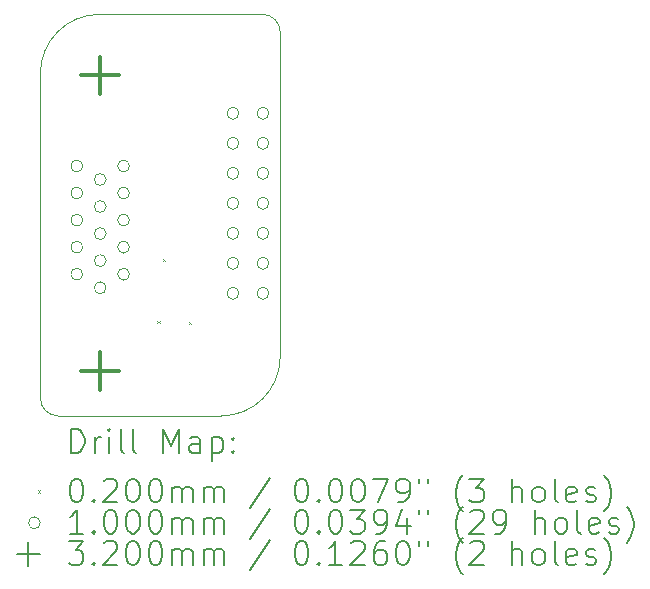
<source format=gbr>
%TF.GenerationSoftware,KiCad,Pcbnew,8.0.6*%
%TF.CreationDate,2024-11-06T21:47:23-05:00*%
%TF.ProjectId,VGA Input Board,56474120-496e-4707-9574-20426f617264,rev?*%
%TF.SameCoordinates,Original*%
%TF.FileFunction,Drillmap*%
%TF.FilePolarity,Positive*%
%FSLAX45Y45*%
G04 Gerber Fmt 4.5, Leading zero omitted, Abs format (unit mm)*
G04 Created by KiCad (PCBNEW 8.0.6) date 2024-11-06 21:47:23*
%MOMM*%
%LPD*%
G01*
G04 APERTURE LIST*
%ADD10C,0.020000*%
%ADD11C,0.200000*%
%ADD12C,0.100000*%
%ADD13C,0.320000*%
G04 APERTURE END LIST*
D10*
X14858000Y-11602000D02*
G75*
G02*
X14708010Y-11451953I50J150040D01*
G01*
X16738000Y-11102000D02*
G75*
G02*
X16237990Y-11602010I-500010J0D01*
G01*
X15208000Y-8202000D02*
X16588000Y-8202000D01*
X14708000Y-8702000D02*
X14708000Y-11452000D01*
X16738000Y-11102000D02*
X16738000Y-8352000D01*
X16588000Y-8202046D02*
G75*
G02*
X16738004Y-8352000I0J-150004D01*
G01*
X14858000Y-11602000D02*
X16238000Y-11602000D01*
X14708000Y-8702000D02*
G75*
G02*
X15208010Y-8201990I500010J0D01*
G01*
D11*
D12*
X15697000Y-10798000D02*
X15717000Y-10818000D01*
X15717000Y-10798000D02*
X15697000Y-10818000D01*
X15742000Y-10274000D02*
X15762000Y-10294000D01*
X15762000Y-10274000D02*
X15742000Y-10294000D01*
X15967000Y-10808000D02*
X15987000Y-10828000D01*
X15987000Y-10808000D02*
X15967000Y-10828000D01*
X15066000Y-9486000D02*
G75*
G02*
X14966000Y-9486000I-50000J0D01*
G01*
X14966000Y-9486000D02*
G75*
G02*
X15066000Y-9486000I50000J0D01*
G01*
X15066000Y-9715000D02*
G75*
G02*
X14966000Y-9715000I-50000J0D01*
G01*
X14966000Y-9715000D02*
G75*
G02*
X15066000Y-9715000I50000J0D01*
G01*
X15066000Y-9944000D02*
G75*
G02*
X14966000Y-9944000I-50000J0D01*
G01*
X14966000Y-9944000D02*
G75*
G02*
X15066000Y-9944000I50000J0D01*
G01*
X15066000Y-10173000D02*
G75*
G02*
X14966000Y-10173000I-50000J0D01*
G01*
X14966000Y-10173000D02*
G75*
G02*
X15066000Y-10173000I50000J0D01*
G01*
X15066000Y-10402000D02*
G75*
G02*
X14966000Y-10402000I-50000J0D01*
G01*
X14966000Y-10402000D02*
G75*
G02*
X15066000Y-10402000I50000J0D01*
G01*
X15264000Y-9600500D02*
G75*
G02*
X15164000Y-9600500I-50000J0D01*
G01*
X15164000Y-9600500D02*
G75*
G02*
X15264000Y-9600500I50000J0D01*
G01*
X15264000Y-9829500D02*
G75*
G02*
X15164000Y-9829500I-50000J0D01*
G01*
X15164000Y-9829500D02*
G75*
G02*
X15264000Y-9829500I50000J0D01*
G01*
X15264000Y-10058500D02*
G75*
G02*
X15164000Y-10058500I-50000J0D01*
G01*
X15164000Y-10058500D02*
G75*
G02*
X15264000Y-10058500I50000J0D01*
G01*
X15264000Y-10287500D02*
G75*
G02*
X15164000Y-10287500I-50000J0D01*
G01*
X15164000Y-10287500D02*
G75*
G02*
X15264000Y-10287500I50000J0D01*
G01*
X15264000Y-10516500D02*
G75*
G02*
X15164000Y-10516500I-50000J0D01*
G01*
X15164000Y-10516500D02*
G75*
G02*
X15264000Y-10516500I50000J0D01*
G01*
X15462000Y-9486000D02*
G75*
G02*
X15362000Y-9486000I-50000J0D01*
G01*
X15362000Y-9486000D02*
G75*
G02*
X15462000Y-9486000I50000J0D01*
G01*
X15462000Y-9715000D02*
G75*
G02*
X15362000Y-9715000I-50000J0D01*
G01*
X15362000Y-9715000D02*
G75*
G02*
X15462000Y-9715000I50000J0D01*
G01*
X15462000Y-9944000D02*
G75*
G02*
X15362000Y-9944000I-50000J0D01*
G01*
X15362000Y-9944000D02*
G75*
G02*
X15462000Y-9944000I50000J0D01*
G01*
X15462000Y-10173000D02*
G75*
G02*
X15362000Y-10173000I-50000J0D01*
G01*
X15362000Y-10173000D02*
G75*
G02*
X15462000Y-10173000I50000J0D01*
G01*
X15462000Y-10402000D02*
G75*
G02*
X15362000Y-10402000I-50000J0D01*
G01*
X15362000Y-10402000D02*
G75*
G02*
X15462000Y-10402000I50000J0D01*
G01*
X16388000Y-9040000D02*
G75*
G02*
X16288000Y-9040000I-50000J0D01*
G01*
X16288000Y-9040000D02*
G75*
G02*
X16388000Y-9040000I50000J0D01*
G01*
X16388000Y-9294000D02*
G75*
G02*
X16288000Y-9294000I-50000J0D01*
G01*
X16288000Y-9294000D02*
G75*
G02*
X16388000Y-9294000I50000J0D01*
G01*
X16388000Y-9548000D02*
G75*
G02*
X16288000Y-9548000I-50000J0D01*
G01*
X16288000Y-9548000D02*
G75*
G02*
X16388000Y-9548000I50000J0D01*
G01*
X16388000Y-9802000D02*
G75*
G02*
X16288000Y-9802000I-50000J0D01*
G01*
X16288000Y-9802000D02*
G75*
G02*
X16388000Y-9802000I50000J0D01*
G01*
X16388000Y-10056000D02*
G75*
G02*
X16288000Y-10056000I-50000J0D01*
G01*
X16288000Y-10056000D02*
G75*
G02*
X16388000Y-10056000I50000J0D01*
G01*
X16388000Y-10310000D02*
G75*
G02*
X16288000Y-10310000I-50000J0D01*
G01*
X16288000Y-10310000D02*
G75*
G02*
X16388000Y-10310000I50000J0D01*
G01*
X16388000Y-10564000D02*
G75*
G02*
X16288000Y-10564000I-50000J0D01*
G01*
X16288000Y-10564000D02*
G75*
G02*
X16388000Y-10564000I50000J0D01*
G01*
X16642000Y-9040000D02*
G75*
G02*
X16542000Y-9040000I-50000J0D01*
G01*
X16542000Y-9040000D02*
G75*
G02*
X16642000Y-9040000I50000J0D01*
G01*
X16642000Y-9294000D02*
G75*
G02*
X16542000Y-9294000I-50000J0D01*
G01*
X16542000Y-9294000D02*
G75*
G02*
X16642000Y-9294000I50000J0D01*
G01*
X16642000Y-9548000D02*
G75*
G02*
X16542000Y-9548000I-50000J0D01*
G01*
X16542000Y-9548000D02*
G75*
G02*
X16642000Y-9548000I50000J0D01*
G01*
X16642000Y-9802000D02*
G75*
G02*
X16542000Y-9802000I-50000J0D01*
G01*
X16542000Y-9802000D02*
G75*
G02*
X16642000Y-9802000I50000J0D01*
G01*
X16642000Y-10056000D02*
G75*
G02*
X16542000Y-10056000I-50000J0D01*
G01*
X16542000Y-10056000D02*
G75*
G02*
X16642000Y-10056000I50000J0D01*
G01*
X16642000Y-10310000D02*
G75*
G02*
X16542000Y-10310000I-50000J0D01*
G01*
X16542000Y-10310000D02*
G75*
G02*
X16642000Y-10310000I50000J0D01*
G01*
X16642000Y-10564000D02*
G75*
G02*
X16542000Y-10564000I-50000J0D01*
G01*
X16542000Y-10564000D02*
G75*
G02*
X16642000Y-10564000I50000J0D01*
G01*
D13*
X15214000Y-8559500D02*
X15214000Y-8879500D01*
X15054000Y-8719500D02*
X15374000Y-8719500D01*
X15214000Y-11058500D02*
X15214000Y-11378500D01*
X15054000Y-11218500D02*
X15374000Y-11218500D01*
D11*
X14967777Y-11914494D02*
X14967777Y-11714494D01*
X14967777Y-11714494D02*
X15015396Y-11714494D01*
X15015396Y-11714494D02*
X15043967Y-11724017D01*
X15043967Y-11724017D02*
X15063015Y-11743065D01*
X15063015Y-11743065D02*
X15072539Y-11762113D01*
X15072539Y-11762113D02*
X15082062Y-11800208D01*
X15082062Y-11800208D02*
X15082062Y-11828779D01*
X15082062Y-11828779D02*
X15072539Y-11866875D01*
X15072539Y-11866875D02*
X15063015Y-11885922D01*
X15063015Y-11885922D02*
X15043967Y-11904970D01*
X15043967Y-11904970D02*
X15015396Y-11914494D01*
X15015396Y-11914494D02*
X14967777Y-11914494D01*
X15167777Y-11914494D02*
X15167777Y-11781160D01*
X15167777Y-11819256D02*
X15177301Y-11800208D01*
X15177301Y-11800208D02*
X15186824Y-11790684D01*
X15186824Y-11790684D02*
X15205872Y-11781160D01*
X15205872Y-11781160D02*
X15224920Y-11781160D01*
X15291586Y-11914494D02*
X15291586Y-11781160D01*
X15291586Y-11714494D02*
X15282062Y-11724017D01*
X15282062Y-11724017D02*
X15291586Y-11733541D01*
X15291586Y-11733541D02*
X15301110Y-11724017D01*
X15301110Y-11724017D02*
X15291586Y-11714494D01*
X15291586Y-11714494D02*
X15291586Y-11733541D01*
X15415396Y-11914494D02*
X15396348Y-11904970D01*
X15396348Y-11904970D02*
X15386824Y-11885922D01*
X15386824Y-11885922D02*
X15386824Y-11714494D01*
X15520158Y-11914494D02*
X15501110Y-11904970D01*
X15501110Y-11904970D02*
X15491586Y-11885922D01*
X15491586Y-11885922D02*
X15491586Y-11714494D01*
X15748729Y-11914494D02*
X15748729Y-11714494D01*
X15748729Y-11714494D02*
X15815396Y-11857351D01*
X15815396Y-11857351D02*
X15882062Y-11714494D01*
X15882062Y-11714494D02*
X15882062Y-11914494D01*
X16063015Y-11914494D02*
X16063015Y-11809732D01*
X16063015Y-11809732D02*
X16053491Y-11790684D01*
X16053491Y-11790684D02*
X16034443Y-11781160D01*
X16034443Y-11781160D02*
X15996348Y-11781160D01*
X15996348Y-11781160D02*
X15977301Y-11790684D01*
X16063015Y-11904970D02*
X16043967Y-11914494D01*
X16043967Y-11914494D02*
X15996348Y-11914494D01*
X15996348Y-11914494D02*
X15977301Y-11904970D01*
X15977301Y-11904970D02*
X15967777Y-11885922D01*
X15967777Y-11885922D02*
X15967777Y-11866875D01*
X15967777Y-11866875D02*
X15977301Y-11847827D01*
X15977301Y-11847827D02*
X15996348Y-11838303D01*
X15996348Y-11838303D02*
X16043967Y-11838303D01*
X16043967Y-11838303D02*
X16063015Y-11828779D01*
X16158253Y-11781160D02*
X16158253Y-11981160D01*
X16158253Y-11790684D02*
X16177301Y-11781160D01*
X16177301Y-11781160D02*
X16215396Y-11781160D01*
X16215396Y-11781160D02*
X16234443Y-11790684D01*
X16234443Y-11790684D02*
X16243967Y-11800208D01*
X16243967Y-11800208D02*
X16253491Y-11819256D01*
X16253491Y-11819256D02*
X16253491Y-11876398D01*
X16253491Y-11876398D02*
X16243967Y-11895446D01*
X16243967Y-11895446D02*
X16234443Y-11904970D01*
X16234443Y-11904970D02*
X16215396Y-11914494D01*
X16215396Y-11914494D02*
X16177301Y-11914494D01*
X16177301Y-11914494D02*
X16158253Y-11904970D01*
X16339205Y-11895446D02*
X16348729Y-11904970D01*
X16348729Y-11904970D02*
X16339205Y-11914494D01*
X16339205Y-11914494D02*
X16329682Y-11904970D01*
X16329682Y-11904970D02*
X16339205Y-11895446D01*
X16339205Y-11895446D02*
X16339205Y-11914494D01*
X16339205Y-11790684D02*
X16348729Y-11800208D01*
X16348729Y-11800208D02*
X16339205Y-11809732D01*
X16339205Y-11809732D02*
X16329682Y-11800208D01*
X16329682Y-11800208D02*
X16339205Y-11790684D01*
X16339205Y-11790684D02*
X16339205Y-11809732D01*
D12*
X14687000Y-12233010D02*
X14707000Y-12253010D01*
X14707000Y-12233010D02*
X14687000Y-12253010D01*
D11*
X15005872Y-12134494D02*
X15024920Y-12134494D01*
X15024920Y-12134494D02*
X15043967Y-12144017D01*
X15043967Y-12144017D02*
X15053491Y-12153541D01*
X15053491Y-12153541D02*
X15063015Y-12172589D01*
X15063015Y-12172589D02*
X15072539Y-12210684D01*
X15072539Y-12210684D02*
X15072539Y-12258303D01*
X15072539Y-12258303D02*
X15063015Y-12296398D01*
X15063015Y-12296398D02*
X15053491Y-12315446D01*
X15053491Y-12315446D02*
X15043967Y-12324970D01*
X15043967Y-12324970D02*
X15024920Y-12334494D01*
X15024920Y-12334494D02*
X15005872Y-12334494D01*
X15005872Y-12334494D02*
X14986824Y-12324970D01*
X14986824Y-12324970D02*
X14977301Y-12315446D01*
X14977301Y-12315446D02*
X14967777Y-12296398D01*
X14967777Y-12296398D02*
X14958253Y-12258303D01*
X14958253Y-12258303D02*
X14958253Y-12210684D01*
X14958253Y-12210684D02*
X14967777Y-12172589D01*
X14967777Y-12172589D02*
X14977301Y-12153541D01*
X14977301Y-12153541D02*
X14986824Y-12144017D01*
X14986824Y-12144017D02*
X15005872Y-12134494D01*
X15158253Y-12315446D02*
X15167777Y-12324970D01*
X15167777Y-12324970D02*
X15158253Y-12334494D01*
X15158253Y-12334494D02*
X15148729Y-12324970D01*
X15148729Y-12324970D02*
X15158253Y-12315446D01*
X15158253Y-12315446D02*
X15158253Y-12334494D01*
X15243967Y-12153541D02*
X15253491Y-12144017D01*
X15253491Y-12144017D02*
X15272539Y-12134494D01*
X15272539Y-12134494D02*
X15320158Y-12134494D01*
X15320158Y-12134494D02*
X15339205Y-12144017D01*
X15339205Y-12144017D02*
X15348729Y-12153541D01*
X15348729Y-12153541D02*
X15358253Y-12172589D01*
X15358253Y-12172589D02*
X15358253Y-12191636D01*
X15358253Y-12191636D02*
X15348729Y-12220208D01*
X15348729Y-12220208D02*
X15234443Y-12334494D01*
X15234443Y-12334494D02*
X15358253Y-12334494D01*
X15482062Y-12134494D02*
X15501110Y-12134494D01*
X15501110Y-12134494D02*
X15520158Y-12144017D01*
X15520158Y-12144017D02*
X15529682Y-12153541D01*
X15529682Y-12153541D02*
X15539205Y-12172589D01*
X15539205Y-12172589D02*
X15548729Y-12210684D01*
X15548729Y-12210684D02*
X15548729Y-12258303D01*
X15548729Y-12258303D02*
X15539205Y-12296398D01*
X15539205Y-12296398D02*
X15529682Y-12315446D01*
X15529682Y-12315446D02*
X15520158Y-12324970D01*
X15520158Y-12324970D02*
X15501110Y-12334494D01*
X15501110Y-12334494D02*
X15482062Y-12334494D01*
X15482062Y-12334494D02*
X15463015Y-12324970D01*
X15463015Y-12324970D02*
X15453491Y-12315446D01*
X15453491Y-12315446D02*
X15443967Y-12296398D01*
X15443967Y-12296398D02*
X15434443Y-12258303D01*
X15434443Y-12258303D02*
X15434443Y-12210684D01*
X15434443Y-12210684D02*
X15443967Y-12172589D01*
X15443967Y-12172589D02*
X15453491Y-12153541D01*
X15453491Y-12153541D02*
X15463015Y-12144017D01*
X15463015Y-12144017D02*
X15482062Y-12134494D01*
X15672539Y-12134494D02*
X15691586Y-12134494D01*
X15691586Y-12134494D02*
X15710634Y-12144017D01*
X15710634Y-12144017D02*
X15720158Y-12153541D01*
X15720158Y-12153541D02*
X15729682Y-12172589D01*
X15729682Y-12172589D02*
X15739205Y-12210684D01*
X15739205Y-12210684D02*
X15739205Y-12258303D01*
X15739205Y-12258303D02*
X15729682Y-12296398D01*
X15729682Y-12296398D02*
X15720158Y-12315446D01*
X15720158Y-12315446D02*
X15710634Y-12324970D01*
X15710634Y-12324970D02*
X15691586Y-12334494D01*
X15691586Y-12334494D02*
X15672539Y-12334494D01*
X15672539Y-12334494D02*
X15653491Y-12324970D01*
X15653491Y-12324970D02*
X15643967Y-12315446D01*
X15643967Y-12315446D02*
X15634443Y-12296398D01*
X15634443Y-12296398D02*
X15624920Y-12258303D01*
X15624920Y-12258303D02*
X15624920Y-12210684D01*
X15624920Y-12210684D02*
X15634443Y-12172589D01*
X15634443Y-12172589D02*
X15643967Y-12153541D01*
X15643967Y-12153541D02*
X15653491Y-12144017D01*
X15653491Y-12144017D02*
X15672539Y-12134494D01*
X15824920Y-12334494D02*
X15824920Y-12201160D01*
X15824920Y-12220208D02*
X15834443Y-12210684D01*
X15834443Y-12210684D02*
X15853491Y-12201160D01*
X15853491Y-12201160D02*
X15882063Y-12201160D01*
X15882063Y-12201160D02*
X15901110Y-12210684D01*
X15901110Y-12210684D02*
X15910634Y-12229732D01*
X15910634Y-12229732D02*
X15910634Y-12334494D01*
X15910634Y-12229732D02*
X15920158Y-12210684D01*
X15920158Y-12210684D02*
X15939205Y-12201160D01*
X15939205Y-12201160D02*
X15967777Y-12201160D01*
X15967777Y-12201160D02*
X15986824Y-12210684D01*
X15986824Y-12210684D02*
X15996348Y-12229732D01*
X15996348Y-12229732D02*
X15996348Y-12334494D01*
X16091586Y-12334494D02*
X16091586Y-12201160D01*
X16091586Y-12220208D02*
X16101110Y-12210684D01*
X16101110Y-12210684D02*
X16120158Y-12201160D01*
X16120158Y-12201160D02*
X16148729Y-12201160D01*
X16148729Y-12201160D02*
X16167777Y-12210684D01*
X16167777Y-12210684D02*
X16177301Y-12229732D01*
X16177301Y-12229732D02*
X16177301Y-12334494D01*
X16177301Y-12229732D02*
X16186824Y-12210684D01*
X16186824Y-12210684D02*
X16205872Y-12201160D01*
X16205872Y-12201160D02*
X16234443Y-12201160D01*
X16234443Y-12201160D02*
X16253491Y-12210684D01*
X16253491Y-12210684D02*
X16263015Y-12229732D01*
X16263015Y-12229732D02*
X16263015Y-12334494D01*
X16653491Y-12124970D02*
X16482063Y-12382113D01*
X16910634Y-12134494D02*
X16929682Y-12134494D01*
X16929682Y-12134494D02*
X16948729Y-12144017D01*
X16948729Y-12144017D02*
X16958253Y-12153541D01*
X16958253Y-12153541D02*
X16967777Y-12172589D01*
X16967777Y-12172589D02*
X16977301Y-12210684D01*
X16977301Y-12210684D02*
X16977301Y-12258303D01*
X16977301Y-12258303D02*
X16967777Y-12296398D01*
X16967777Y-12296398D02*
X16958253Y-12315446D01*
X16958253Y-12315446D02*
X16948729Y-12324970D01*
X16948729Y-12324970D02*
X16929682Y-12334494D01*
X16929682Y-12334494D02*
X16910634Y-12334494D01*
X16910634Y-12334494D02*
X16891587Y-12324970D01*
X16891587Y-12324970D02*
X16882063Y-12315446D01*
X16882063Y-12315446D02*
X16872539Y-12296398D01*
X16872539Y-12296398D02*
X16863015Y-12258303D01*
X16863015Y-12258303D02*
X16863015Y-12210684D01*
X16863015Y-12210684D02*
X16872539Y-12172589D01*
X16872539Y-12172589D02*
X16882063Y-12153541D01*
X16882063Y-12153541D02*
X16891587Y-12144017D01*
X16891587Y-12144017D02*
X16910634Y-12134494D01*
X17063015Y-12315446D02*
X17072539Y-12324970D01*
X17072539Y-12324970D02*
X17063015Y-12334494D01*
X17063015Y-12334494D02*
X17053491Y-12324970D01*
X17053491Y-12324970D02*
X17063015Y-12315446D01*
X17063015Y-12315446D02*
X17063015Y-12334494D01*
X17196348Y-12134494D02*
X17215396Y-12134494D01*
X17215396Y-12134494D02*
X17234444Y-12144017D01*
X17234444Y-12144017D02*
X17243968Y-12153541D01*
X17243968Y-12153541D02*
X17253491Y-12172589D01*
X17253491Y-12172589D02*
X17263015Y-12210684D01*
X17263015Y-12210684D02*
X17263015Y-12258303D01*
X17263015Y-12258303D02*
X17253491Y-12296398D01*
X17253491Y-12296398D02*
X17243968Y-12315446D01*
X17243968Y-12315446D02*
X17234444Y-12324970D01*
X17234444Y-12324970D02*
X17215396Y-12334494D01*
X17215396Y-12334494D02*
X17196348Y-12334494D01*
X17196348Y-12334494D02*
X17177301Y-12324970D01*
X17177301Y-12324970D02*
X17167777Y-12315446D01*
X17167777Y-12315446D02*
X17158253Y-12296398D01*
X17158253Y-12296398D02*
X17148729Y-12258303D01*
X17148729Y-12258303D02*
X17148729Y-12210684D01*
X17148729Y-12210684D02*
X17158253Y-12172589D01*
X17158253Y-12172589D02*
X17167777Y-12153541D01*
X17167777Y-12153541D02*
X17177301Y-12144017D01*
X17177301Y-12144017D02*
X17196348Y-12134494D01*
X17386825Y-12134494D02*
X17405872Y-12134494D01*
X17405872Y-12134494D02*
X17424920Y-12144017D01*
X17424920Y-12144017D02*
X17434444Y-12153541D01*
X17434444Y-12153541D02*
X17443968Y-12172589D01*
X17443968Y-12172589D02*
X17453491Y-12210684D01*
X17453491Y-12210684D02*
X17453491Y-12258303D01*
X17453491Y-12258303D02*
X17443968Y-12296398D01*
X17443968Y-12296398D02*
X17434444Y-12315446D01*
X17434444Y-12315446D02*
X17424920Y-12324970D01*
X17424920Y-12324970D02*
X17405872Y-12334494D01*
X17405872Y-12334494D02*
X17386825Y-12334494D01*
X17386825Y-12334494D02*
X17367777Y-12324970D01*
X17367777Y-12324970D02*
X17358253Y-12315446D01*
X17358253Y-12315446D02*
X17348729Y-12296398D01*
X17348729Y-12296398D02*
X17339206Y-12258303D01*
X17339206Y-12258303D02*
X17339206Y-12210684D01*
X17339206Y-12210684D02*
X17348729Y-12172589D01*
X17348729Y-12172589D02*
X17358253Y-12153541D01*
X17358253Y-12153541D02*
X17367777Y-12144017D01*
X17367777Y-12144017D02*
X17386825Y-12134494D01*
X17520158Y-12134494D02*
X17653491Y-12134494D01*
X17653491Y-12134494D02*
X17567777Y-12334494D01*
X17739206Y-12334494D02*
X17777301Y-12334494D01*
X17777301Y-12334494D02*
X17796349Y-12324970D01*
X17796349Y-12324970D02*
X17805872Y-12315446D01*
X17805872Y-12315446D02*
X17824920Y-12286875D01*
X17824920Y-12286875D02*
X17834444Y-12248779D01*
X17834444Y-12248779D02*
X17834444Y-12172589D01*
X17834444Y-12172589D02*
X17824920Y-12153541D01*
X17824920Y-12153541D02*
X17815396Y-12144017D01*
X17815396Y-12144017D02*
X17796349Y-12134494D01*
X17796349Y-12134494D02*
X17758253Y-12134494D01*
X17758253Y-12134494D02*
X17739206Y-12144017D01*
X17739206Y-12144017D02*
X17729682Y-12153541D01*
X17729682Y-12153541D02*
X17720158Y-12172589D01*
X17720158Y-12172589D02*
X17720158Y-12220208D01*
X17720158Y-12220208D02*
X17729682Y-12239256D01*
X17729682Y-12239256D02*
X17739206Y-12248779D01*
X17739206Y-12248779D02*
X17758253Y-12258303D01*
X17758253Y-12258303D02*
X17796349Y-12258303D01*
X17796349Y-12258303D02*
X17815396Y-12248779D01*
X17815396Y-12248779D02*
X17824920Y-12239256D01*
X17824920Y-12239256D02*
X17834444Y-12220208D01*
X17910634Y-12134494D02*
X17910634Y-12172589D01*
X17986825Y-12134494D02*
X17986825Y-12172589D01*
X18282063Y-12410684D02*
X18272539Y-12401160D01*
X18272539Y-12401160D02*
X18253491Y-12372589D01*
X18253491Y-12372589D02*
X18243968Y-12353541D01*
X18243968Y-12353541D02*
X18234444Y-12324970D01*
X18234444Y-12324970D02*
X18224920Y-12277351D01*
X18224920Y-12277351D02*
X18224920Y-12239256D01*
X18224920Y-12239256D02*
X18234444Y-12191636D01*
X18234444Y-12191636D02*
X18243968Y-12163065D01*
X18243968Y-12163065D02*
X18253491Y-12144017D01*
X18253491Y-12144017D02*
X18272539Y-12115446D01*
X18272539Y-12115446D02*
X18282063Y-12105922D01*
X18339206Y-12134494D02*
X18463015Y-12134494D01*
X18463015Y-12134494D02*
X18396349Y-12210684D01*
X18396349Y-12210684D02*
X18424920Y-12210684D01*
X18424920Y-12210684D02*
X18443968Y-12220208D01*
X18443968Y-12220208D02*
X18453491Y-12229732D01*
X18453491Y-12229732D02*
X18463015Y-12248779D01*
X18463015Y-12248779D02*
X18463015Y-12296398D01*
X18463015Y-12296398D02*
X18453491Y-12315446D01*
X18453491Y-12315446D02*
X18443968Y-12324970D01*
X18443968Y-12324970D02*
X18424920Y-12334494D01*
X18424920Y-12334494D02*
X18367777Y-12334494D01*
X18367777Y-12334494D02*
X18348730Y-12324970D01*
X18348730Y-12324970D02*
X18339206Y-12315446D01*
X18701111Y-12334494D02*
X18701111Y-12134494D01*
X18786825Y-12334494D02*
X18786825Y-12229732D01*
X18786825Y-12229732D02*
X18777301Y-12210684D01*
X18777301Y-12210684D02*
X18758253Y-12201160D01*
X18758253Y-12201160D02*
X18729682Y-12201160D01*
X18729682Y-12201160D02*
X18710634Y-12210684D01*
X18710634Y-12210684D02*
X18701111Y-12220208D01*
X18910634Y-12334494D02*
X18891587Y-12324970D01*
X18891587Y-12324970D02*
X18882063Y-12315446D01*
X18882063Y-12315446D02*
X18872539Y-12296398D01*
X18872539Y-12296398D02*
X18872539Y-12239256D01*
X18872539Y-12239256D02*
X18882063Y-12220208D01*
X18882063Y-12220208D02*
X18891587Y-12210684D01*
X18891587Y-12210684D02*
X18910634Y-12201160D01*
X18910634Y-12201160D02*
X18939206Y-12201160D01*
X18939206Y-12201160D02*
X18958253Y-12210684D01*
X18958253Y-12210684D02*
X18967777Y-12220208D01*
X18967777Y-12220208D02*
X18977301Y-12239256D01*
X18977301Y-12239256D02*
X18977301Y-12296398D01*
X18977301Y-12296398D02*
X18967777Y-12315446D01*
X18967777Y-12315446D02*
X18958253Y-12324970D01*
X18958253Y-12324970D02*
X18939206Y-12334494D01*
X18939206Y-12334494D02*
X18910634Y-12334494D01*
X19091587Y-12334494D02*
X19072539Y-12324970D01*
X19072539Y-12324970D02*
X19063015Y-12305922D01*
X19063015Y-12305922D02*
X19063015Y-12134494D01*
X19243968Y-12324970D02*
X19224920Y-12334494D01*
X19224920Y-12334494D02*
X19186825Y-12334494D01*
X19186825Y-12334494D02*
X19167777Y-12324970D01*
X19167777Y-12324970D02*
X19158253Y-12305922D01*
X19158253Y-12305922D02*
X19158253Y-12229732D01*
X19158253Y-12229732D02*
X19167777Y-12210684D01*
X19167777Y-12210684D02*
X19186825Y-12201160D01*
X19186825Y-12201160D02*
X19224920Y-12201160D01*
X19224920Y-12201160D02*
X19243968Y-12210684D01*
X19243968Y-12210684D02*
X19253492Y-12229732D01*
X19253492Y-12229732D02*
X19253492Y-12248779D01*
X19253492Y-12248779D02*
X19158253Y-12267827D01*
X19329682Y-12324970D02*
X19348730Y-12334494D01*
X19348730Y-12334494D02*
X19386825Y-12334494D01*
X19386825Y-12334494D02*
X19405873Y-12324970D01*
X19405873Y-12324970D02*
X19415396Y-12305922D01*
X19415396Y-12305922D02*
X19415396Y-12296398D01*
X19415396Y-12296398D02*
X19405873Y-12277351D01*
X19405873Y-12277351D02*
X19386825Y-12267827D01*
X19386825Y-12267827D02*
X19358253Y-12267827D01*
X19358253Y-12267827D02*
X19339206Y-12258303D01*
X19339206Y-12258303D02*
X19329682Y-12239256D01*
X19329682Y-12239256D02*
X19329682Y-12229732D01*
X19329682Y-12229732D02*
X19339206Y-12210684D01*
X19339206Y-12210684D02*
X19358253Y-12201160D01*
X19358253Y-12201160D02*
X19386825Y-12201160D01*
X19386825Y-12201160D02*
X19405873Y-12210684D01*
X19482063Y-12410684D02*
X19491587Y-12401160D01*
X19491587Y-12401160D02*
X19510634Y-12372589D01*
X19510634Y-12372589D02*
X19520158Y-12353541D01*
X19520158Y-12353541D02*
X19529682Y-12324970D01*
X19529682Y-12324970D02*
X19539206Y-12277351D01*
X19539206Y-12277351D02*
X19539206Y-12239256D01*
X19539206Y-12239256D02*
X19529682Y-12191636D01*
X19529682Y-12191636D02*
X19520158Y-12163065D01*
X19520158Y-12163065D02*
X19510634Y-12144017D01*
X19510634Y-12144017D02*
X19491587Y-12115446D01*
X19491587Y-12115446D02*
X19482063Y-12105922D01*
D12*
X14707000Y-12507010D02*
G75*
G02*
X14607000Y-12507010I-50000J0D01*
G01*
X14607000Y-12507010D02*
G75*
G02*
X14707000Y-12507010I50000J0D01*
G01*
D11*
X15072539Y-12598494D02*
X14958253Y-12598494D01*
X15015396Y-12598494D02*
X15015396Y-12398494D01*
X15015396Y-12398494D02*
X14996348Y-12427065D01*
X14996348Y-12427065D02*
X14977301Y-12446113D01*
X14977301Y-12446113D02*
X14958253Y-12455636D01*
X15158253Y-12579446D02*
X15167777Y-12588970D01*
X15167777Y-12588970D02*
X15158253Y-12598494D01*
X15158253Y-12598494D02*
X15148729Y-12588970D01*
X15148729Y-12588970D02*
X15158253Y-12579446D01*
X15158253Y-12579446D02*
X15158253Y-12598494D01*
X15291586Y-12398494D02*
X15310634Y-12398494D01*
X15310634Y-12398494D02*
X15329682Y-12408017D01*
X15329682Y-12408017D02*
X15339205Y-12417541D01*
X15339205Y-12417541D02*
X15348729Y-12436589D01*
X15348729Y-12436589D02*
X15358253Y-12474684D01*
X15358253Y-12474684D02*
X15358253Y-12522303D01*
X15358253Y-12522303D02*
X15348729Y-12560398D01*
X15348729Y-12560398D02*
X15339205Y-12579446D01*
X15339205Y-12579446D02*
X15329682Y-12588970D01*
X15329682Y-12588970D02*
X15310634Y-12598494D01*
X15310634Y-12598494D02*
X15291586Y-12598494D01*
X15291586Y-12598494D02*
X15272539Y-12588970D01*
X15272539Y-12588970D02*
X15263015Y-12579446D01*
X15263015Y-12579446D02*
X15253491Y-12560398D01*
X15253491Y-12560398D02*
X15243967Y-12522303D01*
X15243967Y-12522303D02*
X15243967Y-12474684D01*
X15243967Y-12474684D02*
X15253491Y-12436589D01*
X15253491Y-12436589D02*
X15263015Y-12417541D01*
X15263015Y-12417541D02*
X15272539Y-12408017D01*
X15272539Y-12408017D02*
X15291586Y-12398494D01*
X15482062Y-12398494D02*
X15501110Y-12398494D01*
X15501110Y-12398494D02*
X15520158Y-12408017D01*
X15520158Y-12408017D02*
X15529682Y-12417541D01*
X15529682Y-12417541D02*
X15539205Y-12436589D01*
X15539205Y-12436589D02*
X15548729Y-12474684D01*
X15548729Y-12474684D02*
X15548729Y-12522303D01*
X15548729Y-12522303D02*
X15539205Y-12560398D01*
X15539205Y-12560398D02*
X15529682Y-12579446D01*
X15529682Y-12579446D02*
X15520158Y-12588970D01*
X15520158Y-12588970D02*
X15501110Y-12598494D01*
X15501110Y-12598494D02*
X15482062Y-12598494D01*
X15482062Y-12598494D02*
X15463015Y-12588970D01*
X15463015Y-12588970D02*
X15453491Y-12579446D01*
X15453491Y-12579446D02*
X15443967Y-12560398D01*
X15443967Y-12560398D02*
X15434443Y-12522303D01*
X15434443Y-12522303D02*
X15434443Y-12474684D01*
X15434443Y-12474684D02*
X15443967Y-12436589D01*
X15443967Y-12436589D02*
X15453491Y-12417541D01*
X15453491Y-12417541D02*
X15463015Y-12408017D01*
X15463015Y-12408017D02*
X15482062Y-12398494D01*
X15672539Y-12398494D02*
X15691586Y-12398494D01*
X15691586Y-12398494D02*
X15710634Y-12408017D01*
X15710634Y-12408017D02*
X15720158Y-12417541D01*
X15720158Y-12417541D02*
X15729682Y-12436589D01*
X15729682Y-12436589D02*
X15739205Y-12474684D01*
X15739205Y-12474684D02*
X15739205Y-12522303D01*
X15739205Y-12522303D02*
X15729682Y-12560398D01*
X15729682Y-12560398D02*
X15720158Y-12579446D01*
X15720158Y-12579446D02*
X15710634Y-12588970D01*
X15710634Y-12588970D02*
X15691586Y-12598494D01*
X15691586Y-12598494D02*
X15672539Y-12598494D01*
X15672539Y-12598494D02*
X15653491Y-12588970D01*
X15653491Y-12588970D02*
X15643967Y-12579446D01*
X15643967Y-12579446D02*
X15634443Y-12560398D01*
X15634443Y-12560398D02*
X15624920Y-12522303D01*
X15624920Y-12522303D02*
X15624920Y-12474684D01*
X15624920Y-12474684D02*
X15634443Y-12436589D01*
X15634443Y-12436589D02*
X15643967Y-12417541D01*
X15643967Y-12417541D02*
X15653491Y-12408017D01*
X15653491Y-12408017D02*
X15672539Y-12398494D01*
X15824920Y-12598494D02*
X15824920Y-12465160D01*
X15824920Y-12484208D02*
X15834443Y-12474684D01*
X15834443Y-12474684D02*
X15853491Y-12465160D01*
X15853491Y-12465160D02*
X15882063Y-12465160D01*
X15882063Y-12465160D02*
X15901110Y-12474684D01*
X15901110Y-12474684D02*
X15910634Y-12493732D01*
X15910634Y-12493732D02*
X15910634Y-12598494D01*
X15910634Y-12493732D02*
X15920158Y-12474684D01*
X15920158Y-12474684D02*
X15939205Y-12465160D01*
X15939205Y-12465160D02*
X15967777Y-12465160D01*
X15967777Y-12465160D02*
X15986824Y-12474684D01*
X15986824Y-12474684D02*
X15996348Y-12493732D01*
X15996348Y-12493732D02*
X15996348Y-12598494D01*
X16091586Y-12598494D02*
X16091586Y-12465160D01*
X16091586Y-12484208D02*
X16101110Y-12474684D01*
X16101110Y-12474684D02*
X16120158Y-12465160D01*
X16120158Y-12465160D02*
X16148729Y-12465160D01*
X16148729Y-12465160D02*
X16167777Y-12474684D01*
X16167777Y-12474684D02*
X16177301Y-12493732D01*
X16177301Y-12493732D02*
X16177301Y-12598494D01*
X16177301Y-12493732D02*
X16186824Y-12474684D01*
X16186824Y-12474684D02*
X16205872Y-12465160D01*
X16205872Y-12465160D02*
X16234443Y-12465160D01*
X16234443Y-12465160D02*
X16253491Y-12474684D01*
X16253491Y-12474684D02*
X16263015Y-12493732D01*
X16263015Y-12493732D02*
X16263015Y-12598494D01*
X16653491Y-12388970D02*
X16482063Y-12646113D01*
X16910634Y-12398494D02*
X16929682Y-12398494D01*
X16929682Y-12398494D02*
X16948729Y-12408017D01*
X16948729Y-12408017D02*
X16958253Y-12417541D01*
X16958253Y-12417541D02*
X16967777Y-12436589D01*
X16967777Y-12436589D02*
X16977301Y-12474684D01*
X16977301Y-12474684D02*
X16977301Y-12522303D01*
X16977301Y-12522303D02*
X16967777Y-12560398D01*
X16967777Y-12560398D02*
X16958253Y-12579446D01*
X16958253Y-12579446D02*
X16948729Y-12588970D01*
X16948729Y-12588970D02*
X16929682Y-12598494D01*
X16929682Y-12598494D02*
X16910634Y-12598494D01*
X16910634Y-12598494D02*
X16891587Y-12588970D01*
X16891587Y-12588970D02*
X16882063Y-12579446D01*
X16882063Y-12579446D02*
X16872539Y-12560398D01*
X16872539Y-12560398D02*
X16863015Y-12522303D01*
X16863015Y-12522303D02*
X16863015Y-12474684D01*
X16863015Y-12474684D02*
X16872539Y-12436589D01*
X16872539Y-12436589D02*
X16882063Y-12417541D01*
X16882063Y-12417541D02*
X16891587Y-12408017D01*
X16891587Y-12408017D02*
X16910634Y-12398494D01*
X17063015Y-12579446D02*
X17072539Y-12588970D01*
X17072539Y-12588970D02*
X17063015Y-12598494D01*
X17063015Y-12598494D02*
X17053491Y-12588970D01*
X17053491Y-12588970D02*
X17063015Y-12579446D01*
X17063015Y-12579446D02*
X17063015Y-12598494D01*
X17196348Y-12398494D02*
X17215396Y-12398494D01*
X17215396Y-12398494D02*
X17234444Y-12408017D01*
X17234444Y-12408017D02*
X17243968Y-12417541D01*
X17243968Y-12417541D02*
X17253491Y-12436589D01*
X17253491Y-12436589D02*
X17263015Y-12474684D01*
X17263015Y-12474684D02*
X17263015Y-12522303D01*
X17263015Y-12522303D02*
X17253491Y-12560398D01*
X17253491Y-12560398D02*
X17243968Y-12579446D01*
X17243968Y-12579446D02*
X17234444Y-12588970D01*
X17234444Y-12588970D02*
X17215396Y-12598494D01*
X17215396Y-12598494D02*
X17196348Y-12598494D01*
X17196348Y-12598494D02*
X17177301Y-12588970D01*
X17177301Y-12588970D02*
X17167777Y-12579446D01*
X17167777Y-12579446D02*
X17158253Y-12560398D01*
X17158253Y-12560398D02*
X17148729Y-12522303D01*
X17148729Y-12522303D02*
X17148729Y-12474684D01*
X17148729Y-12474684D02*
X17158253Y-12436589D01*
X17158253Y-12436589D02*
X17167777Y-12417541D01*
X17167777Y-12417541D02*
X17177301Y-12408017D01*
X17177301Y-12408017D02*
X17196348Y-12398494D01*
X17329682Y-12398494D02*
X17453491Y-12398494D01*
X17453491Y-12398494D02*
X17386825Y-12474684D01*
X17386825Y-12474684D02*
X17415396Y-12474684D01*
X17415396Y-12474684D02*
X17434444Y-12484208D01*
X17434444Y-12484208D02*
X17443968Y-12493732D01*
X17443968Y-12493732D02*
X17453491Y-12512779D01*
X17453491Y-12512779D02*
X17453491Y-12560398D01*
X17453491Y-12560398D02*
X17443968Y-12579446D01*
X17443968Y-12579446D02*
X17434444Y-12588970D01*
X17434444Y-12588970D02*
X17415396Y-12598494D01*
X17415396Y-12598494D02*
X17358253Y-12598494D01*
X17358253Y-12598494D02*
X17339206Y-12588970D01*
X17339206Y-12588970D02*
X17329682Y-12579446D01*
X17548729Y-12598494D02*
X17586825Y-12598494D01*
X17586825Y-12598494D02*
X17605872Y-12588970D01*
X17605872Y-12588970D02*
X17615396Y-12579446D01*
X17615396Y-12579446D02*
X17634444Y-12550875D01*
X17634444Y-12550875D02*
X17643968Y-12512779D01*
X17643968Y-12512779D02*
X17643968Y-12436589D01*
X17643968Y-12436589D02*
X17634444Y-12417541D01*
X17634444Y-12417541D02*
X17624920Y-12408017D01*
X17624920Y-12408017D02*
X17605872Y-12398494D01*
X17605872Y-12398494D02*
X17567777Y-12398494D01*
X17567777Y-12398494D02*
X17548729Y-12408017D01*
X17548729Y-12408017D02*
X17539206Y-12417541D01*
X17539206Y-12417541D02*
X17529682Y-12436589D01*
X17529682Y-12436589D02*
X17529682Y-12484208D01*
X17529682Y-12484208D02*
X17539206Y-12503256D01*
X17539206Y-12503256D02*
X17548729Y-12512779D01*
X17548729Y-12512779D02*
X17567777Y-12522303D01*
X17567777Y-12522303D02*
X17605872Y-12522303D01*
X17605872Y-12522303D02*
X17624920Y-12512779D01*
X17624920Y-12512779D02*
X17634444Y-12503256D01*
X17634444Y-12503256D02*
X17643968Y-12484208D01*
X17815396Y-12465160D02*
X17815396Y-12598494D01*
X17767777Y-12388970D02*
X17720158Y-12531827D01*
X17720158Y-12531827D02*
X17843968Y-12531827D01*
X17910634Y-12398494D02*
X17910634Y-12436589D01*
X17986825Y-12398494D02*
X17986825Y-12436589D01*
X18282063Y-12674684D02*
X18272539Y-12665160D01*
X18272539Y-12665160D02*
X18253491Y-12636589D01*
X18253491Y-12636589D02*
X18243968Y-12617541D01*
X18243968Y-12617541D02*
X18234444Y-12588970D01*
X18234444Y-12588970D02*
X18224920Y-12541351D01*
X18224920Y-12541351D02*
X18224920Y-12503256D01*
X18224920Y-12503256D02*
X18234444Y-12455636D01*
X18234444Y-12455636D02*
X18243968Y-12427065D01*
X18243968Y-12427065D02*
X18253491Y-12408017D01*
X18253491Y-12408017D02*
X18272539Y-12379446D01*
X18272539Y-12379446D02*
X18282063Y-12369922D01*
X18348730Y-12417541D02*
X18358253Y-12408017D01*
X18358253Y-12408017D02*
X18377301Y-12398494D01*
X18377301Y-12398494D02*
X18424920Y-12398494D01*
X18424920Y-12398494D02*
X18443968Y-12408017D01*
X18443968Y-12408017D02*
X18453491Y-12417541D01*
X18453491Y-12417541D02*
X18463015Y-12436589D01*
X18463015Y-12436589D02*
X18463015Y-12455636D01*
X18463015Y-12455636D02*
X18453491Y-12484208D01*
X18453491Y-12484208D02*
X18339206Y-12598494D01*
X18339206Y-12598494D02*
X18463015Y-12598494D01*
X18558253Y-12598494D02*
X18596349Y-12598494D01*
X18596349Y-12598494D02*
X18615396Y-12588970D01*
X18615396Y-12588970D02*
X18624920Y-12579446D01*
X18624920Y-12579446D02*
X18643968Y-12550875D01*
X18643968Y-12550875D02*
X18653491Y-12512779D01*
X18653491Y-12512779D02*
X18653491Y-12436589D01*
X18653491Y-12436589D02*
X18643968Y-12417541D01*
X18643968Y-12417541D02*
X18634444Y-12408017D01*
X18634444Y-12408017D02*
X18615396Y-12398494D01*
X18615396Y-12398494D02*
X18577301Y-12398494D01*
X18577301Y-12398494D02*
X18558253Y-12408017D01*
X18558253Y-12408017D02*
X18548730Y-12417541D01*
X18548730Y-12417541D02*
X18539206Y-12436589D01*
X18539206Y-12436589D02*
X18539206Y-12484208D01*
X18539206Y-12484208D02*
X18548730Y-12503256D01*
X18548730Y-12503256D02*
X18558253Y-12512779D01*
X18558253Y-12512779D02*
X18577301Y-12522303D01*
X18577301Y-12522303D02*
X18615396Y-12522303D01*
X18615396Y-12522303D02*
X18634444Y-12512779D01*
X18634444Y-12512779D02*
X18643968Y-12503256D01*
X18643968Y-12503256D02*
X18653491Y-12484208D01*
X18891587Y-12598494D02*
X18891587Y-12398494D01*
X18977301Y-12598494D02*
X18977301Y-12493732D01*
X18977301Y-12493732D02*
X18967777Y-12474684D01*
X18967777Y-12474684D02*
X18948730Y-12465160D01*
X18948730Y-12465160D02*
X18920158Y-12465160D01*
X18920158Y-12465160D02*
X18901111Y-12474684D01*
X18901111Y-12474684D02*
X18891587Y-12484208D01*
X19101111Y-12598494D02*
X19082063Y-12588970D01*
X19082063Y-12588970D02*
X19072539Y-12579446D01*
X19072539Y-12579446D02*
X19063015Y-12560398D01*
X19063015Y-12560398D02*
X19063015Y-12503256D01*
X19063015Y-12503256D02*
X19072539Y-12484208D01*
X19072539Y-12484208D02*
X19082063Y-12474684D01*
X19082063Y-12474684D02*
X19101111Y-12465160D01*
X19101111Y-12465160D02*
X19129682Y-12465160D01*
X19129682Y-12465160D02*
X19148730Y-12474684D01*
X19148730Y-12474684D02*
X19158253Y-12484208D01*
X19158253Y-12484208D02*
X19167777Y-12503256D01*
X19167777Y-12503256D02*
X19167777Y-12560398D01*
X19167777Y-12560398D02*
X19158253Y-12579446D01*
X19158253Y-12579446D02*
X19148730Y-12588970D01*
X19148730Y-12588970D02*
X19129682Y-12598494D01*
X19129682Y-12598494D02*
X19101111Y-12598494D01*
X19282063Y-12598494D02*
X19263015Y-12588970D01*
X19263015Y-12588970D02*
X19253492Y-12569922D01*
X19253492Y-12569922D02*
X19253492Y-12398494D01*
X19434444Y-12588970D02*
X19415396Y-12598494D01*
X19415396Y-12598494D02*
X19377301Y-12598494D01*
X19377301Y-12598494D02*
X19358253Y-12588970D01*
X19358253Y-12588970D02*
X19348730Y-12569922D01*
X19348730Y-12569922D02*
X19348730Y-12493732D01*
X19348730Y-12493732D02*
X19358253Y-12474684D01*
X19358253Y-12474684D02*
X19377301Y-12465160D01*
X19377301Y-12465160D02*
X19415396Y-12465160D01*
X19415396Y-12465160D02*
X19434444Y-12474684D01*
X19434444Y-12474684D02*
X19443968Y-12493732D01*
X19443968Y-12493732D02*
X19443968Y-12512779D01*
X19443968Y-12512779D02*
X19348730Y-12531827D01*
X19520158Y-12588970D02*
X19539206Y-12598494D01*
X19539206Y-12598494D02*
X19577301Y-12598494D01*
X19577301Y-12598494D02*
X19596349Y-12588970D01*
X19596349Y-12588970D02*
X19605873Y-12569922D01*
X19605873Y-12569922D02*
X19605873Y-12560398D01*
X19605873Y-12560398D02*
X19596349Y-12541351D01*
X19596349Y-12541351D02*
X19577301Y-12531827D01*
X19577301Y-12531827D02*
X19548730Y-12531827D01*
X19548730Y-12531827D02*
X19529682Y-12522303D01*
X19529682Y-12522303D02*
X19520158Y-12503256D01*
X19520158Y-12503256D02*
X19520158Y-12493732D01*
X19520158Y-12493732D02*
X19529682Y-12474684D01*
X19529682Y-12474684D02*
X19548730Y-12465160D01*
X19548730Y-12465160D02*
X19577301Y-12465160D01*
X19577301Y-12465160D02*
X19596349Y-12474684D01*
X19672539Y-12674684D02*
X19682063Y-12665160D01*
X19682063Y-12665160D02*
X19701111Y-12636589D01*
X19701111Y-12636589D02*
X19710634Y-12617541D01*
X19710634Y-12617541D02*
X19720158Y-12588970D01*
X19720158Y-12588970D02*
X19729682Y-12541351D01*
X19729682Y-12541351D02*
X19729682Y-12503256D01*
X19729682Y-12503256D02*
X19720158Y-12455636D01*
X19720158Y-12455636D02*
X19710634Y-12427065D01*
X19710634Y-12427065D02*
X19701111Y-12408017D01*
X19701111Y-12408017D02*
X19682063Y-12379446D01*
X19682063Y-12379446D02*
X19672539Y-12369922D01*
X14607000Y-12671010D02*
X14607000Y-12871010D01*
X14507000Y-12771010D02*
X14707000Y-12771010D01*
X14948729Y-12662494D02*
X15072539Y-12662494D01*
X15072539Y-12662494D02*
X15005872Y-12738684D01*
X15005872Y-12738684D02*
X15034443Y-12738684D01*
X15034443Y-12738684D02*
X15053491Y-12748208D01*
X15053491Y-12748208D02*
X15063015Y-12757732D01*
X15063015Y-12757732D02*
X15072539Y-12776779D01*
X15072539Y-12776779D02*
X15072539Y-12824398D01*
X15072539Y-12824398D02*
X15063015Y-12843446D01*
X15063015Y-12843446D02*
X15053491Y-12852970D01*
X15053491Y-12852970D02*
X15034443Y-12862494D01*
X15034443Y-12862494D02*
X14977301Y-12862494D01*
X14977301Y-12862494D02*
X14958253Y-12852970D01*
X14958253Y-12852970D02*
X14948729Y-12843446D01*
X15158253Y-12843446D02*
X15167777Y-12852970D01*
X15167777Y-12852970D02*
X15158253Y-12862494D01*
X15158253Y-12862494D02*
X15148729Y-12852970D01*
X15148729Y-12852970D02*
X15158253Y-12843446D01*
X15158253Y-12843446D02*
X15158253Y-12862494D01*
X15243967Y-12681541D02*
X15253491Y-12672017D01*
X15253491Y-12672017D02*
X15272539Y-12662494D01*
X15272539Y-12662494D02*
X15320158Y-12662494D01*
X15320158Y-12662494D02*
X15339205Y-12672017D01*
X15339205Y-12672017D02*
X15348729Y-12681541D01*
X15348729Y-12681541D02*
X15358253Y-12700589D01*
X15358253Y-12700589D02*
X15358253Y-12719636D01*
X15358253Y-12719636D02*
X15348729Y-12748208D01*
X15348729Y-12748208D02*
X15234443Y-12862494D01*
X15234443Y-12862494D02*
X15358253Y-12862494D01*
X15482062Y-12662494D02*
X15501110Y-12662494D01*
X15501110Y-12662494D02*
X15520158Y-12672017D01*
X15520158Y-12672017D02*
X15529682Y-12681541D01*
X15529682Y-12681541D02*
X15539205Y-12700589D01*
X15539205Y-12700589D02*
X15548729Y-12738684D01*
X15548729Y-12738684D02*
X15548729Y-12786303D01*
X15548729Y-12786303D02*
X15539205Y-12824398D01*
X15539205Y-12824398D02*
X15529682Y-12843446D01*
X15529682Y-12843446D02*
X15520158Y-12852970D01*
X15520158Y-12852970D02*
X15501110Y-12862494D01*
X15501110Y-12862494D02*
X15482062Y-12862494D01*
X15482062Y-12862494D02*
X15463015Y-12852970D01*
X15463015Y-12852970D02*
X15453491Y-12843446D01*
X15453491Y-12843446D02*
X15443967Y-12824398D01*
X15443967Y-12824398D02*
X15434443Y-12786303D01*
X15434443Y-12786303D02*
X15434443Y-12738684D01*
X15434443Y-12738684D02*
X15443967Y-12700589D01*
X15443967Y-12700589D02*
X15453491Y-12681541D01*
X15453491Y-12681541D02*
X15463015Y-12672017D01*
X15463015Y-12672017D02*
X15482062Y-12662494D01*
X15672539Y-12662494D02*
X15691586Y-12662494D01*
X15691586Y-12662494D02*
X15710634Y-12672017D01*
X15710634Y-12672017D02*
X15720158Y-12681541D01*
X15720158Y-12681541D02*
X15729682Y-12700589D01*
X15729682Y-12700589D02*
X15739205Y-12738684D01*
X15739205Y-12738684D02*
X15739205Y-12786303D01*
X15739205Y-12786303D02*
X15729682Y-12824398D01*
X15729682Y-12824398D02*
X15720158Y-12843446D01*
X15720158Y-12843446D02*
X15710634Y-12852970D01*
X15710634Y-12852970D02*
X15691586Y-12862494D01*
X15691586Y-12862494D02*
X15672539Y-12862494D01*
X15672539Y-12862494D02*
X15653491Y-12852970D01*
X15653491Y-12852970D02*
X15643967Y-12843446D01*
X15643967Y-12843446D02*
X15634443Y-12824398D01*
X15634443Y-12824398D02*
X15624920Y-12786303D01*
X15624920Y-12786303D02*
X15624920Y-12738684D01*
X15624920Y-12738684D02*
X15634443Y-12700589D01*
X15634443Y-12700589D02*
X15643967Y-12681541D01*
X15643967Y-12681541D02*
X15653491Y-12672017D01*
X15653491Y-12672017D02*
X15672539Y-12662494D01*
X15824920Y-12862494D02*
X15824920Y-12729160D01*
X15824920Y-12748208D02*
X15834443Y-12738684D01*
X15834443Y-12738684D02*
X15853491Y-12729160D01*
X15853491Y-12729160D02*
X15882063Y-12729160D01*
X15882063Y-12729160D02*
X15901110Y-12738684D01*
X15901110Y-12738684D02*
X15910634Y-12757732D01*
X15910634Y-12757732D02*
X15910634Y-12862494D01*
X15910634Y-12757732D02*
X15920158Y-12738684D01*
X15920158Y-12738684D02*
X15939205Y-12729160D01*
X15939205Y-12729160D02*
X15967777Y-12729160D01*
X15967777Y-12729160D02*
X15986824Y-12738684D01*
X15986824Y-12738684D02*
X15996348Y-12757732D01*
X15996348Y-12757732D02*
X15996348Y-12862494D01*
X16091586Y-12862494D02*
X16091586Y-12729160D01*
X16091586Y-12748208D02*
X16101110Y-12738684D01*
X16101110Y-12738684D02*
X16120158Y-12729160D01*
X16120158Y-12729160D02*
X16148729Y-12729160D01*
X16148729Y-12729160D02*
X16167777Y-12738684D01*
X16167777Y-12738684D02*
X16177301Y-12757732D01*
X16177301Y-12757732D02*
X16177301Y-12862494D01*
X16177301Y-12757732D02*
X16186824Y-12738684D01*
X16186824Y-12738684D02*
X16205872Y-12729160D01*
X16205872Y-12729160D02*
X16234443Y-12729160D01*
X16234443Y-12729160D02*
X16253491Y-12738684D01*
X16253491Y-12738684D02*
X16263015Y-12757732D01*
X16263015Y-12757732D02*
X16263015Y-12862494D01*
X16653491Y-12652970D02*
X16482063Y-12910113D01*
X16910634Y-12662494D02*
X16929682Y-12662494D01*
X16929682Y-12662494D02*
X16948729Y-12672017D01*
X16948729Y-12672017D02*
X16958253Y-12681541D01*
X16958253Y-12681541D02*
X16967777Y-12700589D01*
X16967777Y-12700589D02*
X16977301Y-12738684D01*
X16977301Y-12738684D02*
X16977301Y-12786303D01*
X16977301Y-12786303D02*
X16967777Y-12824398D01*
X16967777Y-12824398D02*
X16958253Y-12843446D01*
X16958253Y-12843446D02*
X16948729Y-12852970D01*
X16948729Y-12852970D02*
X16929682Y-12862494D01*
X16929682Y-12862494D02*
X16910634Y-12862494D01*
X16910634Y-12862494D02*
X16891587Y-12852970D01*
X16891587Y-12852970D02*
X16882063Y-12843446D01*
X16882063Y-12843446D02*
X16872539Y-12824398D01*
X16872539Y-12824398D02*
X16863015Y-12786303D01*
X16863015Y-12786303D02*
X16863015Y-12738684D01*
X16863015Y-12738684D02*
X16872539Y-12700589D01*
X16872539Y-12700589D02*
X16882063Y-12681541D01*
X16882063Y-12681541D02*
X16891587Y-12672017D01*
X16891587Y-12672017D02*
X16910634Y-12662494D01*
X17063015Y-12843446D02*
X17072539Y-12852970D01*
X17072539Y-12852970D02*
X17063015Y-12862494D01*
X17063015Y-12862494D02*
X17053491Y-12852970D01*
X17053491Y-12852970D02*
X17063015Y-12843446D01*
X17063015Y-12843446D02*
X17063015Y-12862494D01*
X17263015Y-12862494D02*
X17148729Y-12862494D01*
X17205872Y-12862494D02*
X17205872Y-12662494D01*
X17205872Y-12662494D02*
X17186825Y-12691065D01*
X17186825Y-12691065D02*
X17167777Y-12710113D01*
X17167777Y-12710113D02*
X17148729Y-12719636D01*
X17339206Y-12681541D02*
X17348729Y-12672017D01*
X17348729Y-12672017D02*
X17367777Y-12662494D01*
X17367777Y-12662494D02*
X17415396Y-12662494D01*
X17415396Y-12662494D02*
X17434444Y-12672017D01*
X17434444Y-12672017D02*
X17443968Y-12681541D01*
X17443968Y-12681541D02*
X17453491Y-12700589D01*
X17453491Y-12700589D02*
X17453491Y-12719636D01*
X17453491Y-12719636D02*
X17443968Y-12748208D01*
X17443968Y-12748208D02*
X17329682Y-12862494D01*
X17329682Y-12862494D02*
X17453491Y-12862494D01*
X17624920Y-12662494D02*
X17586825Y-12662494D01*
X17586825Y-12662494D02*
X17567777Y-12672017D01*
X17567777Y-12672017D02*
X17558253Y-12681541D01*
X17558253Y-12681541D02*
X17539206Y-12710113D01*
X17539206Y-12710113D02*
X17529682Y-12748208D01*
X17529682Y-12748208D02*
X17529682Y-12824398D01*
X17529682Y-12824398D02*
X17539206Y-12843446D01*
X17539206Y-12843446D02*
X17548729Y-12852970D01*
X17548729Y-12852970D02*
X17567777Y-12862494D01*
X17567777Y-12862494D02*
X17605872Y-12862494D01*
X17605872Y-12862494D02*
X17624920Y-12852970D01*
X17624920Y-12852970D02*
X17634444Y-12843446D01*
X17634444Y-12843446D02*
X17643968Y-12824398D01*
X17643968Y-12824398D02*
X17643968Y-12776779D01*
X17643968Y-12776779D02*
X17634444Y-12757732D01*
X17634444Y-12757732D02*
X17624920Y-12748208D01*
X17624920Y-12748208D02*
X17605872Y-12738684D01*
X17605872Y-12738684D02*
X17567777Y-12738684D01*
X17567777Y-12738684D02*
X17548729Y-12748208D01*
X17548729Y-12748208D02*
X17539206Y-12757732D01*
X17539206Y-12757732D02*
X17529682Y-12776779D01*
X17767777Y-12662494D02*
X17786825Y-12662494D01*
X17786825Y-12662494D02*
X17805872Y-12672017D01*
X17805872Y-12672017D02*
X17815396Y-12681541D01*
X17815396Y-12681541D02*
X17824920Y-12700589D01*
X17824920Y-12700589D02*
X17834444Y-12738684D01*
X17834444Y-12738684D02*
X17834444Y-12786303D01*
X17834444Y-12786303D02*
X17824920Y-12824398D01*
X17824920Y-12824398D02*
X17815396Y-12843446D01*
X17815396Y-12843446D02*
X17805872Y-12852970D01*
X17805872Y-12852970D02*
X17786825Y-12862494D01*
X17786825Y-12862494D02*
X17767777Y-12862494D01*
X17767777Y-12862494D02*
X17748729Y-12852970D01*
X17748729Y-12852970D02*
X17739206Y-12843446D01*
X17739206Y-12843446D02*
X17729682Y-12824398D01*
X17729682Y-12824398D02*
X17720158Y-12786303D01*
X17720158Y-12786303D02*
X17720158Y-12738684D01*
X17720158Y-12738684D02*
X17729682Y-12700589D01*
X17729682Y-12700589D02*
X17739206Y-12681541D01*
X17739206Y-12681541D02*
X17748729Y-12672017D01*
X17748729Y-12672017D02*
X17767777Y-12662494D01*
X17910634Y-12662494D02*
X17910634Y-12700589D01*
X17986825Y-12662494D02*
X17986825Y-12700589D01*
X18282063Y-12938684D02*
X18272539Y-12929160D01*
X18272539Y-12929160D02*
X18253491Y-12900589D01*
X18253491Y-12900589D02*
X18243968Y-12881541D01*
X18243968Y-12881541D02*
X18234444Y-12852970D01*
X18234444Y-12852970D02*
X18224920Y-12805351D01*
X18224920Y-12805351D02*
X18224920Y-12767256D01*
X18224920Y-12767256D02*
X18234444Y-12719636D01*
X18234444Y-12719636D02*
X18243968Y-12691065D01*
X18243968Y-12691065D02*
X18253491Y-12672017D01*
X18253491Y-12672017D02*
X18272539Y-12643446D01*
X18272539Y-12643446D02*
X18282063Y-12633922D01*
X18348730Y-12681541D02*
X18358253Y-12672017D01*
X18358253Y-12672017D02*
X18377301Y-12662494D01*
X18377301Y-12662494D02*
X18424920Y-12662494D01*
X18424920Y-12662494D02*
X18443968Y-12672017D01*
X18443968Y-12672017D02*
X18453491Y-12681541D01*
X18453491Y-12681541D02*
X18463015Y-12700589D01*
X18463015Y-12700589D02*
X18463015Y-12719636D01*
X18463015Y-12719636D02*
X18453491Y-12748208D01*
X18453491Y-12748208D02*
X18339206Y-12862494D01*
X18339206Y-12862494D02*
X18463015Y-12862494D01*
X18701111Y-12862494D02*
X18701111Y-12662494D01*
X18786825Y-12862494D02*
X18786825Y-12757732D01*
X18786825Y-12757732D02*
X18777301Y-12738684D01*
X18777301Y-12738684D02*
X18758253Y-12729160D01*
X18758253Y-12729160D02*
X18729682Y-12729160D01*
X18729682Y-12729160D02*
X18710634Y-12738684D01*
X18710634Y-12738684D02*
X18701111Y-12748208D01*
X18910634Y-12862494D02*
X18891587Y-12852970D01*
X18891587Y-12852970D02*
X18882063Y-12843446D01*
X18882063Y-12843446D02*
X18872539Y-12824398D01*
X18872539Y-12824398D02*
X18872539Y-12767256D01*
X18872539Y-12767256D02*
X18882063Y-12748208D01*
X18882063Y-12748208D02*
X18891587Y-12738684D01*
X18891587Y-12738684D02*
X18910634Y-12729160D01*
X18910634Y-12729160D02*
X18939206Y-12729160D01*
X18939206Y-12729160D02*
X18958253Y-12738684D01*
X18958253Y-12738684D02*
X18967777Y-12748208D01*
X18967777Y-12748208D02*
X18977301Y-12767256D01*
X18977301Y-12767256D02*
X18977301Y-12824398D01*
X18977301Y-12824398D02*
X18967777Y-12843446D01*
X18967777Y-12843446D02*
X18958253Y-12852970D01*
X18958253Y-12852970D02*
X18939206Y-12862494D01*
X18939206Y-12862494D02*
X18910634Y-12862494D01*
X19091587Y-12862494D02*
X19072539Y-12852970D01*
X19072539Y-12852970D02*
X19063015Y-12833922D01*
X19063015Y-12833922D02*
X19063015Y-12662494D01*
X19243968Y-12852970D02*
X19224920Y-12862494D01*
X19224920Y-12862494D02*
X19186825Y-12862494D01*
X19186825Y-12862494D02*
X19167777Y-12852970D01*
X19167777Y-12852970D02*
X19158253Y-12833922D01*
X19158253Y-12833922D02*
X19158253Y-12757732D01*
X19158253Y-12757732D02*
X19167777Y-12738684D01*
X19167777Y-12738684D02*
X19186825Y-12729160D01*
X19186825Y-12729160D02*
X19224920Y-12729160D01*
X19224920Y-12729160D02*
X19243968Y-12738684D01*
X19243968Y-12738684D02*
X19253492Y-12757732D01*
X19253492Y-12757732D02*
X19253492Y-12776779D01*
X19253492Y-12776779D02*
X19158253Y-12795827D01*
X19329682Y-12852970D02*
X19348730Y-12862494D01*
X19348730Y-12862494D02*
X19386825Y-12862494D01*
X19386825Y-12862494D02*
X19405873Y-12852970D01*
X19405873Y-12852970D02*
X19415396Y-12833922D01*
X19415396Y-12833922D02*
X19415396Y-12824398D01*
X19415396Y-12824398D02*
X19405873Y-12805351D01*
X19405873Y-12805351D02*
X19386825Y-12795827D01*
X19386825Y-12795827D02*
X19358253Y-12795827D01*
X19358253Y-12795827D02*
X19339206Y-12786303D01*
X19339206Y-12786303D02*
X19329682Y-12767256D01*
X19329682Y-12767256D02*
X19329682Y-12757732D01*
X19329682Y-12757732D02*
X19339206Y-12738684D01*
X19339206Y-12738684D02*
X19358253Y-12729160D01*
X19358253Y-12729160D02*
X19386825Y-12729160D01*
X19386825Y-12729160D02*
X19405873Y-12738684D01*
X19482063Y-12938684D02*
X19491587Y-12929160D01*
X19491587Y-12929160D02*
X19510634Y-12900589D01*
X19510634Y-12900589D02*
X19520158Y-12881541D01*
X19520158Y-12881541D02*
X19529682Y-12852970D01*
X19529682Y-12852970D02*
X19539206Y-12805351D01*
X19539206Y-12805351D02*
X19539206Y-12767256D01*
X19539206Y-12767256D02*
X19529682Y-12719636D01*
X19529682Y-12719636D02*
X19520158Y-12691065D01*
X19520158Y-12691065D02*
X19510634Y-12672017D01*
X19510634Y-12672017D02*
X19491587Y-12643446D01*
X19491587Y-12643446D02*
X19482063Y-12633922D01*
M02*

</source>
